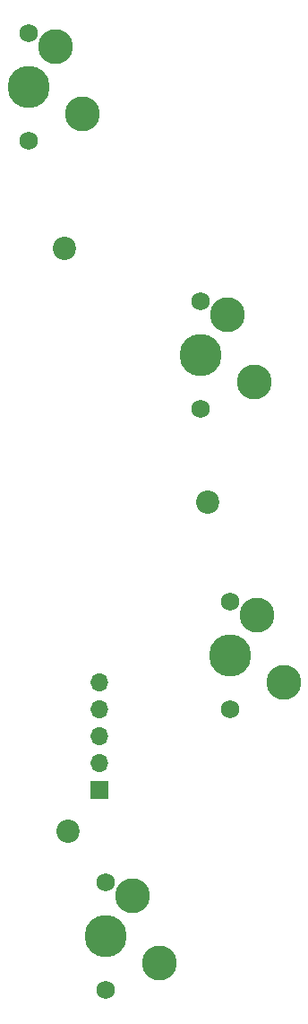
<source format=gbr>
%TF.GenerationSoftware,KiCad,Pcbnew,(6.0.7)*%
%TF.CreationDate,2023-01-05T19:37:19-06:00*%
%TF.ProjectId,OpenRectangle,4f70656e-5265-4637-9461-6e676c652e6b,rev?*%
%TF.SameCoordinates,Original*%
%TF.FileFunction,Soldermask,Top*%
%TF.FilePolarity,Negative*%
%FSLAX46Y46*%
G04 Gerber Fmt 4.6, Leading zero omitted, Abs format (unit mm)*
G04 Created by KiCad (PCBNEW (6.0.7)) date 2023-01-05 19:37:19*
%MOMM*%
%LPD*%
G01*
G04 APERTURE LIST*
%ADD10R,1.700000X1.700000*%
%ADD11O,1.700000X1.700000*%
%ADD12C,1.750000*%
%ADD13C,3.987800*%
%ADD14C,3.300000*%
%ADD15C,2.200000*%
G04 APERTURE END LIST*
D10*
%TO.C,J1*%
X330432866Y-102511500D03*
D11*
X330432866Y-99971500D03*
X330432866Y-97431500D03*
X330432866Y-94891500D03*
X330432866Y-92351500D03*
%TD*%
D12*
%TO.C,SW9*%
X330996000Y-111238000D03*
D13*
X330996000Y-116318000D03*
D12*
X330996000Y-121398000D03*
D14*
X333536000Y-112508000D03*
X336076000Y-118858000D03*
%TD*%
D15*
%TO.C,H3*%
X327442866Y-106411500D03*
%TD*%
D12*
%TO.C,SW6*%
X323730000Y-31030000D03*
X323730000Y-41190000D03*
D13*
X323730000Y-36110000D03*
D14*
X326270000Y-32300000D03*
X328810000Y-38650000D03*
%TD*%
D13*
%TO.C,SW8*%
X342759000Y-89746000D03*
D12*
X342759000Y-94826000D03*
X342759000Y-84666000D03*
D14*
X345299000Y-85936000D03*
X347839000Y-92286000D03*
%TD*%
D12*
%TO.C,SW7*%
X340033000Y-66470000D03*
X340033000Y-56310000D03*
D13*
X340033000Y-61390000D03*
D14*
X342573000Y-57580000D03*
X345113000Y-63930000D03*
%TD*%
D15*
%TO.C,H2*%
X340642866Y-75261500D03*
%TD*%
%TO.C,H1*%
X327172866Y-51371500D03*
%TD*%
M02*

</source>
